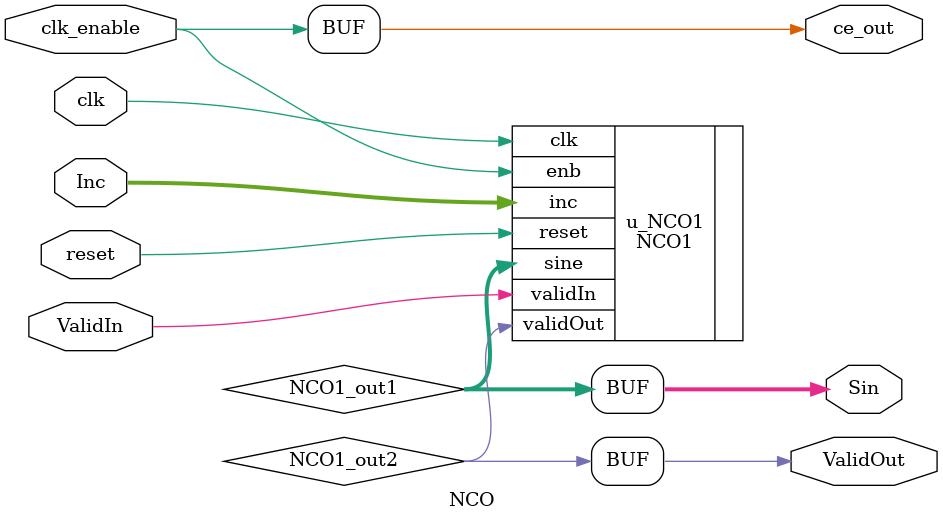
<source format=v>



`timescale 1 ns / 1 ns

module NCO
          (clk,
           reset,
           clk_enable,
           Inc,
           ValidIn,
           ce_out,
           Sin,
           ValidOut);


  input   clk;
  input   reset;
  input   clk_enable;
  input   [31:0] Inc;  // uint32
  input   ValidIn;
  output  ce_out;
  output  signed [15:0] Sin;  // sfix16_En14
  output  ValidOut;


  wire signed [15:0] NCO1_out1;  // sfix16_En14
  wire NCO1_out2;


  NCO1 u_NCO1 (.clk(clk),
               .reset(reset),
               .enb(clk_enable),
               .inc(Inc),  // uint32
               .validIn(ValidIn),
               .sine(NCO1_out1),  // sfix16_En14
               .validOut(NCO1_out2)
               );

  assign Sin = NCO1_out1;

  assign ValidOut = NCO1_out2;

  assign ce_out = clk_enable;

endmodule  // NCO


</source>
